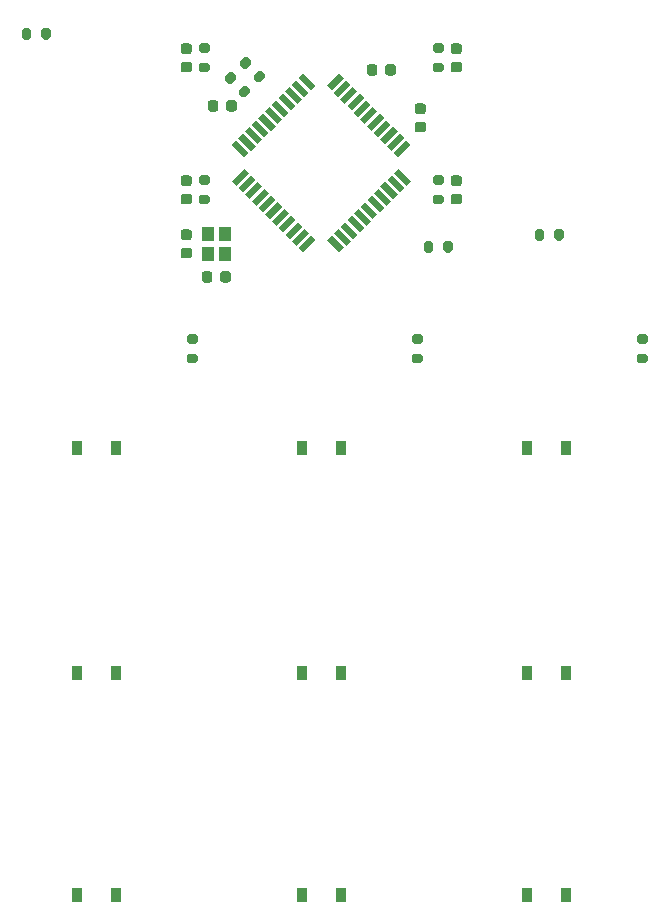
<source format=gbr>
G04 #@! TF.GenerationSoftware,KiCad,Pcbnew,(5.1.9)-1*
G04 #@! TF.CreationDate,2021-03-09T14:09:52+01:00*
G04 #@! TF.ProjectId,OpenMacroPad,4f70656e-4d61-4637-926f-5061642e6b69,rev?*
G04 #@! TF.SameCoordinates,Original*
G04 #@! TF.FileFunction,Paste,Top*
G04 #@! TF.FilePolarity,Positive*
%FSLAX46Y46*%
G04 Gerber Fmt 4.6, Leading zero omitted, Abs format (unit mm)*
G04 Created by KiCad (PCBNEW (5.1.9)-1) date 2021-03-09 14:09:52*
%MOMM*%
%LPD*%
G01*
G04 APERTURE LIST*
%ADD10R,1.000000X1.150000*%
%ADD11R,0.900000X1.200000*%
%ADD12C,0.100000*%
G04 APERTURE END LIST*
D10*
X167194000Y-89775000D03*
X167194000Y-88025000D03*
X168594000Y-88025000D03*
X168594000Y-89775000D03*
G36*
G01*
X204237000Y-97365000D02*
X203687000Y-97365000D01*
G75*
G02*
X203487000Y-97165000I0J200000D01*
G01*
X203487000Y-96765000D01*
G75*
G02*
X203687000Y-96565000I200000J0D01*
G01*
X204237000Y-96565000D01*
G75*
G02*
X204437000Y-96765000I0J-200000D01*
G01*
X204437000Y-97165000D01*
G75*
G02*
X204237000Y-97365000I-200000J0D01*
G01*
G37*
G36*
G01*
X204237000Y-99015000D02*
X203687000Y-99015000D01*
G75*
G02*
X203487000Y-98815000I0J200000D01*
G01*
X203487000Y-98415000D01*
G75*
G02*
X203687000Y-98215000I200000J0D01*
G01*
X204237000Y-98215000D01*
G75*
G02*
X204437000Y-98415000I0J-200000D01*
G01*
X204437000Y-98815000D01*
G75*
G02*
X204237000Y-99015000I-200000J0D01*
G01*
G37*
G36*
G01*
X185187000Y-97365000D02*
X184637000Y-97365000D01*
G75*
G02*
X184437000Y-97165000I0J200000D01*
G01*
X184437000Y-96765000D01*
G75*
G02*
X184637000Y-96565000I200000J0D01*
G01*
X185187000Y-96565000D01*
G75*
G02*
X185387000Y-96765000I0J-200000D01*
G01*
X185387000Y-97165000D01*
G75*
G02*
X185187000Y-97365000I-200000J0D01*
G01*
G37*
G36*
G01*
X185187000Y-99015000D02*
X184637000Y-99015000D01*
G75*
G02*
X184437000Y-98815000I0J200000D01*
G01*
X184437000Y-98415000D01*
G75*
G02*
X184637000Y-98215000I200000J0D01*
G01*
X185187000Y-98215000D01*
G75*
G02*
X185387000Y-98415000I0J-200000D01*
G01*
X185387000Y-98815000D01*
G75*
G02*
X185187000Y-99015000I-200000J0D01*
G01*
G37*
G36*
G01*
X166137000Y-97365000D02*
X165587000Y-97365000D01*
G75*
G02*
X165387000Y-97165000I0J200000D01*
G01*
X165387000Y-96765000D01*
G75*
G02*
X165587000Y-96565000I200000J0D01*
G01*
X166137000Y-96565000D01*
G75*
G02*
X166337000Y-96765000I0J-200000D01*
G01*
X166337000Y-97165000D01*
G75*
G02*
X166137000Y-97365000I-200000J0D01*
G01*
G37*
G36*
G01*
X166137000Y-99015000D02*
X165587000Y-99015000D01*
G75*
G02*
X165387000Y-98815000I0J200000D01*
G01*
X165387000Y-98415000D01*
G75*
G02*
X165587000Y-98215000I200000J0D01*
G01*
X166137000Y-98215000D01*
G75*
G02*
X166337000Y-98415000I0J-200000D01*
G01*
X166337000Y-98815000D01*
G75*
G02*
X166137000Y-99015000I-200000J0D01*
G01*
G37*
G36*
G01*
X186965000Y-83903000D02*
X186415000Y-83903000D01*
G75*
G02*
X186215000Y-83703000I0J200000D01*
G01*
X186215000Y-83303000D01*
G75*
G02*
X186415000Y-83103000I200000J0D01*
G01*
X186965000Y-83103000D01*
G75*
G02*
X187165000Y-83303000I0J-200000D01*
G01*
X187165000Y-83703000D01*
G75*
G02*
X186965000Y-83903000I-200000J0D01*
G01*
G37*
G36*
G01*
X186965000Y-85553000D02*
X186415000Y-85553000D01*
G75*
G02*
X186215000Y-85353000I0J200000D01*
G01*
X186215000Y-84953000D01*
G75*
G02*
X186415000Y-84753000I200000J0D01*
G01*
X186965000Y-84753000D01*
G75*
G02*
X187165000Y-84953000I0J-200000D01*
G01*
X187165000Y-85353000D01*
G75*
G02*
X186965000Y-85553000I-200000J0D01*
G01*
G37*
G36*
G01*
X186965000Y-72727000D02*
X186415000Y-72727000D01*
G75*
G02*
X186215000Y-72527000I0J200000D01*
G01*
X186215000Y-72127000D01*
G75*
G02*
X186415000Y-71927000I200000J0D01*
G01*
X186965000Y-71927000D01*
G75*
G02*
X187165000Y-72127000I0J-200000D01*
G01*
X187165000Y-72527000D01*
G75*
G02*
X186965000Y-72727000I-200000J0D01*
G01*
G37*
G36*
G01*
X186965000Y-74377000D02*
X186415000Y-74377000D01*
G75*
G02*
X186215000Y-74177000I0J200000D01*
G01*
X186215000Y-73777000D01*
G75*
G02*
X186415000Y-73577000I200000J0D01*
G01*
X186965000Y-73577000D01*
G75*
G02*
X187165000Y-73777000I0J-200000D01*
G01*
X187165000Y-74177000D01*
G75*
G02*
X186965000Y-74377000I-200000J0D01*
G01*
G37*
G36*
G01*
X195663000Y-87863000D02*
X195663000Y-88413000D01*
G75*
G02*
X195463000Y-88613000I-200000J0D01*
G01*
X195063000Y-88613000D01*
G75*
G02*
X194863000Y-88413000I0J200000D01*
G01*
X194863000Y-87863000D01*
G75*
G02*
X195063000Y-87663000I200000J0D01*
G01*
X195463000Y-87663000D01*
G75*
G02*
X195663000Y-87863000I0J-200000D01*
G01*
G37*
G36*
G01*
X197313000Y-87863000D02*
X197313000Y-88413000D01*
G75*
G02*
X197113000Y-88613000I-200000J0D01*
G01*
X196713000Y-88613000D01*
G75*
G02*
X196513000Y-88413000I0J200000D01*
G01*
X196513000Y-87863000D01*
G75*
G02*
X196713000Y-87663000I200000J0D01*
G01*
X197113000Y-87663000D01*
G75*
G02*
X197313000Y-87863000I0J-200000D01*
G01*
G37*
G36*
G01*
X166603000Y-73577000D02*
X167153000Y-73577000D01*
G75*
G02*
X167353000Y-73777000I0J-200000D01*
G01*
X167353000Y-74177000D01*
G75*
G02*
X167153000Y-74377000I-200000J0D01*
G01*
X166603000Y-74377000D01*
G75*
G02*
X166403000Y-74177000I0J200000D01*
G01*
X166403000Y-73777000D01*
G75*
G02*
X166603000Y-73577000I200000J0D01*
G01*
G37*
G36*
G01*
X166603000Y-71927000D02*
X167153000Y-71927000D01*
G75*
G02*
X167353000Y-72127000I0J-200000D01*
G01*
X167353000Y-72527000D01*
G75*
G02*
X167153000Y-72727000I-200000J0D01*
G01*
X166603000Y-72727000D01*
G75*
G02*
X166403000Y-72527000I0J200000D01*
G01*
X166403000Y-72127000D01*
G75*
G02*
X166603000Y-71927000I200000J0D01*
G01*
G37*
G36*
G01*
X166603000Y-84753000D02*
X167153000Y-84753000D01*
G75*
G02*
X167353000Y-84953000I0J-200000D01*
G01*
X167353000Y-85353000D01*
G75*
G02*
X167153000Y-85553000I-200000J0D01*
G01*
X166603000Y-85553000D01*
G75*
G02*
X166403000Y-85353000I0J200000D01*
G01*
X166403000Y-84953000D01*
G75*
G02*
X166603000Y-84753000I200000J0D01*
G01*
G37*
G36*
G01*
X166603000Y-83103000D02*
X167153000Y-83103000D01*
G75*
G02*
X167353000Y-83303000I0J-200000D01*
G01*
X167353000Y-83703000D01*
G75*
G02*
X167153000Y-83903000I-200000J0D01*
G01*
X166603000Y-83903000D01*
G75*
G02*
X166403000Y-83703000I0J200000D01*
G01*
X166403000Y-83303000D01*
G75*
G02*
X166603000Y-83103000I200000J0D01*
G01*
G37*
G36*
G01*
X153079000Y-71395000D02*
X153079000Y-70845000D01*
G75*
G02*
X153279000Y-70645000I200000J0D01*
G01*
X153679000Y-70645000D01*
G75*
G02*
X153879000Y-70845000I0J-200000D01*
G01*
X153879000Y-71395000D01*
G75*
G02*
X153679000Y-71595000I-200000J0D01*
G01*
X153279000Y-71595000D01*
G75*
G02*
X153079000Y-71395000I0J200000D01*
G01*
G37*
G36*
G01*
X151429000Y-71395000D02*
X151429000Y-70845000D01*
G75*
G02*
X151629000Y-70645000I200000J0D01*
G01*
X152029000Y-70645000D01*
G75*
G02*
X152229000Y-70845000I0J-200000D01*
G01*
X152229000Y-71395000D01*
G75*
G02*
X152029000Y-71595000I-200000J0D01*
G01*
X151629000Y-71595000D01*
G75*
G02*
X151429000Y-71395000I0J200000D01*
G01*
G37*
D11*
X159384000Y-106172000D03*
X156084000Y-106172000D03*
X197484000Y-144018000D03*
X194184000Y-144018000D03*
X178434000Y-144018000D03*
X175134000Y-144018000D03*
X159384000Y-144018000D03*
X156084000Y-144018000D03*
X197484000Y-125222000D03*
X194184000Y-125222000D03*
X178434000Y-125222000D03*
X175134000Y-125222000D03*
X159384000Y-125222000D03*
X156084000Y-125222000D03*
X197484000Y-106172000D03*
X194184000Y-106172000D03*
X178434000Y-106172000D03*
X175134000Y-106172000D03*
G36*
G01*
X188464000Y-84003000D02*
X187964000Y-84003000D01*
G75*
G02*
X187739000Y-83778000I0J225000D01*
G01*
X187739000Y-83328000D01*
G75*
G02*
X187964000Y-83103000I225000J0D01*
G01*
X188464000Y-83103000D01*
G75*
G02*
X188689000Y-83328000I0J-225000D01*
G01*
X188689000Y-83778000D01*
G75*
G02*
X188464000Y-84003000I-225000J0D01*
G01*
G37*
G36*
G01*
X188464000Y-85553000D02*
X187964000Y-85553000D01*
G75*
G02*
X187739000Y-85328000I0J225000D01*
G01*
X187739000Y-84878000D01*
G75*
G02*
X187964000Y-84653000I225000J0D01*
G01*
X188464000Y-84653000D01*
G75*
G02*
X188689000Y-84878000I0J-225000D01*
G01*
X188689000Y-85328000D01*
G75*
G02*
X188464000Y-85553000I-225000J0D01*
G01*
G37*
G36*
G01*
X188464000Y-72827000D02*
X187964000Y-72827000D01*
G75*
G02*
X187739000Y-72602000I0J225000D01*
G01*
X187739000Y-72152000D01*
G75*
G02*
X187964000Y-71927000I225000J0D01*
G01*
X188464000Y-71927000D01*
G75*
G02*
X188689000Y-72152000I0J-225000D01*
G01*
X188689000Y-72602000D01*
G75*
G02*
X188464000Y-72827000I-225000J0D01*
G01*
G37*
G36*
G01*
X188464000Y-74377000D02*
X187964000Y-74377000D01*
G75*
G02*
X187739000Y-74152000I0J225000D01*
G01*
X187739000Y-73702000D01*
G75*
G02*
X187964000Y-73477000I225000J0D01*
G01*
X188464000Y-73477000D01*
G75*
G02*
X188689000Y-73702000I0J-225000D01*
G01*
X188689000Y-74152000D01*
G75*
G02*
X188464000Y-74377000I-225000J0D01*
G01*
G37*
G36*
G01*
X165104000Y-73477000D02*
X165604000Y-73477000D01*
G75*
G02*
X165829000Y-73702000I0J-225000D01*
G01*
X165829000Y-74152000D01*
G75*
G02*
X165604000Y-74377000I-225000J0D01*
G01*
X165104000Y-74377000D01*
G75*
G02*
X164879000Y-74152000I0J225000D01*
G01*
X164879000Y-73702000D01*
G75*
G02*
X165104000Y-73477000I225000J0D01*
G01*
G37*
G36*
G01*
X165104000Y-71927000D02*
X165604000Y-71927000D01*
G75*
G02*
X165829000Y-72152000I0J-225000D01*
G01*
X165829000Y-72602000D01*
G75*
G02*
X165604000Y-72827000I-225000J0D01*
G01*
X165104000Y-72827000D01*
G75*
G02*
X164879000Y-72602000I0J225000D01*
G01*
X164879000Y-72152000D01*
G75*
G02*
X165104000Y-71927000I225000J0D01*
G01*
G37*
G36*
G01*
X165104000Y-84653000D02*
X165604000Y-84653000D01*
G75*
G02*
X165829000Y-84878000I0J-225000D01*
G01*
X165829000Y-85328000D01*
G75*
G02*
X165604000Y-85553000I-225000J0D01*
G01*
X165104000Y-85553000D01*
G75*
G02*
X164879000Y-85328000I0J225000D01*
G01*
X164879000Y-84878000D01*
G75*
G02*
X165104000Y-84653000I225000J0D01*
G01*
G37*
G36*
G01*
X165104000Y-83103000D02*
X165604000Y-83103000D01*
G75*
G02*
X165829000Y-83328000I0J-225000D01*
G01*
X165829000Y-83778000D01*
G75*
G02*
X165604000Y-84003000I-225000J0D01*
G01*
X165104000Y-84003000D01*
G75*
G02*
X164879000Y-83778000I0J225000D01*
G01*
X164879000Y-83328000D01*
G75*
G02*
X165104000Y-83103000I225000J0D01*
G01*
G37*
G36*
G01*
X187115000Y-89429000D02*
X187115000Y-88879000D01*
G75*
G02*
X187315000Y-88679000I200000J0D01*
G01*
X187715000Y-88679000D01*
G75*
G02*
X187915000Y-88879000I0J-200000D01*
G01*
X187915000Y-89429000D01*
G75*
G02*
X187715000Y-89629000I-200000J0D01*
G01*
X187315000Y-89629000D01*
G75*
G02*
X187115000Y-89429000I0J200000D01*
G01*
G37*
G36*
G01*
X185465000Y-89429000D02*
X185465000Y-88879000D01*
G75*
G02*
X185665000Y-88679000I200000J0D01*
G01*
X186065000Y-88679000D01*
G75*
G02*
X186265000Y-88879000I0J-200000D01*
G01*
X186265000Y-89429000D01*
G75*
G02*
X186065000Y-89629000I-200000J0D01*
G01*
X185665000Y-89629000D01*
G75*
G02*
X185465000Y-89429000I0J200000D01*
G01*
G37*
G36*
G01*
X170835934Y-73673025D02*
X170447025Y-74061934D01*
G75*
G02*
X170164183Y-74061934I-141421J141421D01*
G01*
X169881340Y-73779091D01*
G75*
G02*
X169881340Y-73496249I141421J141421D01*
G01*
X170270249Y-73107340D01*
G75*
G02*
X170553091Y-73107340I141421J-141421D01*
G01*
X170835934Y-73390183D01*
G75*
G02*
X170835934Y-73673025I-141421J-141421D01*
G01*
G37*
G36*
G01*
X172002660Y-74839751D02*
X171613751Y-75228660D01*
G75*
G02*
X171330909Y-75228660I-141421J141421D01*
G01*
X171048066Y-74945817D01*
G75*
G02*
X171048066Y-74662975I141421J141421D01*
G01*
X171436975Y-74274066D01*
G75*
G02*
X171719817Y-74274066I141421J-141421D01*
G01*
X172002660Y-74556909D01*
G75*
G02*
X172002660Y-74839751I-141421J-141421D01*
G01*
G37*
G36*
G01*
X169778066Y-75932975D02*
X170166975Y-75544066D01*
G75*
G02*
X170449817Y-75544066I141421J-141421D01*
G01*
X170732660Y-75826909D01*
G75*
G02*
X170732660Y-76109751I-141421J-141421D01*
G01*
X170343751Y-76498660D01*
G75*
G02*
X170060909Y-76498660I-141421J141421D01*
G01*
X169778066Y-76215817D01*
G75*
G02*
X169778066Y-75932975I141421J141421D01*
G01*
G37*
G36*
G01*
X168611340Y-74766249D02*
X169000249Y-74377340D01*
G75*
G02*
X169283091Y-74377340I141421J-141421D01*
G01*
X169565934Y-74660183D01*
G75*
G02*
X169565934Y-74943025I-141421J-141421D01*
G01*
X169177025Y-75331934D01*
G75*
G02*
X168894183Y-75331934I-141421J141421D01*
G01*
X168611340Y-75049091D01*
G75*
G02*
X168611340Y-74766249I141421J141421D01*
G01*
G37*
G36*
G01*
X184916000Y-78557000D02*
X185416000Y-78557000D01*
G75*
G02*
X185641000Y-78782000I0J-225000D01*
G01*
X185641000Y-79232000D01*
G75*
G02*
X185416000Y-79457000I-225000J0D01*
G01*
X184916000Y-79457000D01*
G75*
G02*
X184691000Y-79232000I0J225000D01*
G01*
X184691000Y-78782000D01*
G75*
G02*
X184916000Y-78557000I225000J0D01*
G01*
G37*
G36*
G01*
X184916000Y-77007000D02*
X185416000Y-77007000D01*
G75*
G02*
X185641000Y-77232000I0J-225000D01*
G01*
X185641000Y-77682000D01*
G75*
G02*
X185416000Y-77907000I-225000J0D01*
G01*
X184916000Y-77907000D01*
G75*
G02*
X184691000Y-77682000I0J225000D01*
G01*
X184691000Y-77232000D01*
G75*
G02*
X184916000Y-77007000I225000J0D01*
G01*
G37*
G36*
G01*
X168727000Y-77466000D02*
X168727000Y-76966000D01*
G75*
G02*
X168952000Y-76741000I225000J0D01*
G01*
X169402000Y-76741000D01*
G75*
G02*
X169627000Y-76966000I0J-225000D01*
G01*
X169627000Y-77466000D01*
G75*
G02*
X169402000Y-77691000I-225000J0D01*
G01*
X168952000Y-77691000D01*
G75*
G02*
X168727000Y-77466000I0J225000D01*
G01*
G37*
G36*
G01*
X167177000Y-77466000D02*
X167177000Y-76966000D01*
G75*
G02*
X167402000Y-76741000I225000J0D01*
G01*
X167852000Y-76741000D01*
G75*
G02*
X168077000Y-76966000I0J-225000D01*
G01*
X168077000Y-77466000D01*
G75*
G02*
X167852000Y-77691000I-225000J0D01*
G01*
X167402000Y-77691000D01*
G75*
G02*
X167177000Y-77466000I0J225000D01*
G01*
G37*
G36*
G01*
X182189000Y-74418000D02*
X182189000Y-73918000D01*
G75*
G02*
X182414000Y-73693000I225000J0D01*
G01*
X182864000Y-73693000D01*
G75*
G02*
X183089000Y-73918000I0J-225000D01*
G01*
X183089000Y-74418000D01*
G75*
G02*
X182864000Y-74643000I-225000J0D01*
G01*
X182414000Y-74643000D01*
G75*
G02*
X182189000Y-74418000I0J225000D01*
G01*
G37*
G36*
G01*
X180639000Y-74418000D02*
X180639000Y-73918000D01*
G75*
G02*
X180864000Y-73693000I225000J0D01*
G01*
X181314000Y-73693000D01*
G75*
G02*
X181539000Y-73918000I0J-225000D01*
G01*
X181539000Y-74418000D01*
G75*
G02*
X181314000Y-74643000I-225000J0D01*
G01*
X180864000Y-74643000D01*
G75*
G02*
X180639000Y-74418000I0J225000D01*
G01*
G37*
G36*
G01*
X165104000Y-89225000D02*
X165604000Y-89225000D01*
G75*
G02*
X165829000Y-89450000I0J-225000D01*
G01*
X165829000Y-89900000D01*
G75*
G02*
X165604000Y-90125000I-225000J0D01*
G01*
X165104000Y-90125000D01*
G75*
G02*
X164879000Y-89900000I0J225000D01*
G01*
X164879000Y-89450000D01*
G75*
G02*
X165104000Y-89225000I225000J0D01*
G01*
G37*
G36*
G01*
X165104000Y-87675000D02*
X165604000Y-87675000D01*
G75*
G02*
X165829000Y-87900000I0J-225000D01*
G01*
X165829000Y-88350000D01*
G75*
G02*
X165604000Y-88575000I-225000J0D01*
G01*
X165104000Y-88575000D01*
G75*
G02*
X164879000Y-88350000I0J225000D01*
G01*
X164879000Y-87900000D01*
G75*
G02*
X165104000Y-87675000I225000J0D01*
G01*
G37*
G36*
G01*
X168219000Y-91944000D02*
X168219000Y-91444000D01*
G75*
G02*
X168444000Y-91219000I225000J0D01*
G01*
X168894000Y-91219000D01*
G75*
G02*
X169119000Y-91444000I0J-225000D01*
G01*
X169119000Y-91944000D01*
G75*
G02*
X168894000Y-92169000I-225000J0D01*
G01*
X168444000Y-92169000D01*
G75*
G02*
X168219000Y-91944000I0J225000D01*
G01*
G37*
G36*
G01*
X166669000Y-91944000D02*
X166669000Y-91444000D01*
G75*
G02*
X166894000Y-91219000I225000J0D01*
G01*
X167344000Y-91219000D01*
G75*
G02*
X167569000Y-91444000I0J-225000D01*
G01*
X167569000Y-91944000D01*
G75*
G02*
X167344000Y-92169000I-225000J0D01*
G01*
X166894000Y-92169000D01*
G75*
G02*
X166669000Y-91944000I0J225000D01*
G01*
G37*
D12*
G36*
X177650206Y-75907848D02*
G01*
X177261298Y-75518940D01*
X178321958Y-74458280D01*
X178710866Y-74847188D01*
X177650206Y-75907848D01*
G37*
G36*
X178215891Y-76473534D02*
G01*
X177826983Y-76084626D01*
X178887643Y-75023966D01*
X179276551Y-75412874D01*
X178215891Y-76473534D01*
G37*
G36*
X178781576Y-77039219D02*
G01*
X178392668Y-76650311D01*
X179453328Y-75589651D01*
X179842236Y-75978559D01*
X178781576Y-77039219D01*
G37*
G36*
X179347262Y-77604904D02*
G01*
X178958354Y-77215996D01*
X180019014Y-76155336D01*
X180407922Y-76544244D01*
X179347262Y-77604904D01*
G37*
G36*
X179912947Y-78170590D02*
G01*
X179524039Y-77781682D01*
X180584699Y-76721022D01*
X180973607Y-77109930D01*
X179912947Y-78170590D01*
G37*
G36*
X180478633Y-78736275D02*
G01*
X180089725Y-78347367D01*
X181150385Y-77286707D01*
X181539293Y-77675615D01*
X180478633Y-78736275D01*
G37*
G36*
X181044318Y-79301961D02*
G01*
X180655410Y-78913053D01*
X181716070Y-77852393D01*
X182104978Y-78241301D01*
X181044318Y-79301961D01*
G37*
G36*
X181610004Y-79867646D02*
G01*
X181221096Y-79478738D01*
X182281756Y-78418078D01*
X182670664Y-78806986D01*
X181610004Y-79867646D01*
G37*
G36*
X182175689Y-80433332D02*
G01*
X181786781Y-80044424D01*
X182847441Y-78983764D01*
X183236349Y-79372672D01*
X182175689Y-80433332D01*
G37*
G36*
X182741374Y-80999017D02*
G01*
X182352466Y-80610109D01*
X183413126Y-79549449D01*
X183802034Y-79938357D01*
X182741374Y-80999017D01*
G37*
G36*
X183307060Y-81564702D02*
G01*
X182918152Y-81175794D01*
X183978812Y-80115134D01*
X184367720Y-80504042D01*
X183307060Y-81564702D01*
G37*
G36*
X182918152Y-82908206D02*
G01*
X183307060Y-82519298D01*
X184367720Y-83579958D01*
X183978812Y-83968866D01*
X182918152Y-82908206D01*
G37*
G36*
X182352466Y-83473891D02*
G01*
X182741374Y-83084983D01*
X183802034Y-84145643D01*
X183413126Y-84534551D01*
X182352466Y-83473891D01*
G37*
G36*
X181786781Y-84039576D02*
G01*
X182175689Y-83650668D01*
X183236349Y-84711328D01*
X182847441Y-85100236D01*
X181786781Y-84039576D01*
G37*
G36*
X181221096Y-84605262D02*
G01*
X181610004Y-84216354D01*
X182670664Y-85277014D01*
X182281756Y-85665922D01*
X181221096Y-84605262D01*
G37*
G36*
X180655410Y-85170947D02*
G01*
X181044318Y-84782039D01*
X182104978Y-85842699D01*
X181716070Y-86231607D01*
X180655410Y-85170947D01*
G37*
G36*
X180089725Y-85736633D02*
G01*
X180478633Y-85347725D01*
X181539293Y-86408385D01*
X181150385Y-86797293D01*
X180089725Y-85736633D01*
G37*
G36*
X179524039Y-86302318D02*
G01*
X179912947Y-85913410D01*
X180973607Y-86974070D01*
X180584699Y-87362978D01*
X179524039Y-86302318D01*
G37*
G36*
X178958354Y-86868004D02*
G01*
X179347262Y-86479096D01*
X180407922Y-87539756D01*
X180019014Y-87928664D01*
X178958354Y-86868004D01*
G37*
G36*
X178392668Y-87433689D02*
G01*
X178781576Y-87044781D01*
X179842236Y-88105441D01*
X179453328Y-88494349D01*
X178392668Y-87433689D01*
G37*
G36*
X177826983Y-87999374D02*
G01*
X178215891Y-87610466D01*
X179276551Y-88671126D01*
X178887643Y-89060034D01*
X177826983Y-87999374D01*
G37*
G36*
X177261298Y-88565060D02*
G01*
X177650206Y-88176152D01*
X178710866Y-89236812D01*
X178321958Y-89625720D01*
X177261298Y-88565060D01*
G37*
G36*
X175246042Y-89625720D02*
G01*
X174857134Y-89236812D01*
X175917794Y-88176152D01*
X176306702Y-88565060D01*
X175246042Y-89625720D01*
G37*
G36*
X174680357Y-89060034D02*
G01*
X174291449Y-88671126D01*
X175352109Y-87610466D01*
X175741017Y-87999374D01*
X174680357Y-89060034D01*
G37*
G36*
X174114672Y-88494349D02*
G01*
X173725764Y-88105441D01*
X174786424Y-87044781D01*
X175175332Y-87433689D01*
X174114672Y-88494349D01*
G37*
G36*
X173548986Y-87928664D02*
G01*
X173160078Y-87539756D01*
X174220738Y-86479096D01*
X174609646Y-86868004D01*
X173548986Y-87928664D01*
G37*
G36*
X172983301Y-87362978D02*
G01*
X172594393Y-86974070D01*
X173655053Y-85913410D01*
X174043961Y-86302318D01*
X172983301Y-87362978D01*
G37*
G36*
X172417615Y-86797293D02*
G01*
X172028707Y-86408385D01*
X173089367Y-85347725D01*
X173478275Y-85736633D01*
X172417615Y-86797293D01*
G37*
G36*
X171851930Y-86231607D02*
G01*
X171463022Y-85842699D01*
X172523682Y-84782039D01*
X172912590Y-85170947D01*
X171851930Y-86231607D01*
G37*
G36*
X171286244Y-85665922D02*
G01*
X170897336Y-85277014D01*
X171957996Y-84216354D01*
X172346904Y-84605262D01*
X171286244Y-85665922D01*
G37*
G36*
X170720559Y-85100236D02*
G01*
X170331651Y-84711328D01*
X171392311Y-83650668D01*
X171781219Y-84039576D01*
X170720559Y-85100236D01*
G37*
G36*
X170154874Y-84534551D02*
G01*
X169765966Y-84145643D01*
X170826626Y-83084983D01*
X171215534Y-83473891D01*
X170154874Y-84534551D01*
G37*
G36*
X169589188Y-83968866D02*
G01*
X169200280Y-83579958D01*
X170260940Y-82519298D01*
X170649848Y-82908206D01*
X169589188Y-83968866D01*
G37*
G36*
X169200280Y-80504042D02*
G01*
X169589188Y-80115134D01*
X170649848Y-81175794D01*
X170260940Y-81564702D01*
X169200280Y-80504042D01*
G37*
G36*
X169765966Y-79938357D02*
G01*
X170154874Y-79549449D01*
X171215534Y-80610109D01*
X170826626Y-80999017D01*
X169765966Y-79938357D01*
G37*
G36*
X170331651Y-79372672D02*
G01*
X170720559Y-78983764D01*
X171781219Y-80044424D01*
X171392311Y-80433332D01*
X170331651Y-79372672D01*
G37*
G36*
X170897336Y-78806986D02*
G01*
X171286244Y-78418078D01*
X172346904Y-79478738D01*
X171957996Y-79867646D01*
X170897336Y-78806986D01*
G37*
G36*
X171463022Y-78241301D02*
G01*
X171851930Y-77852393D01*
X172912590Y-78913053D01*
X172523682Y-79301961D01*
X171463022Y-78241301D01*
G37*
G36*
X172028707Y-77675615D02*
G01*
X172417615Y-77286707D01*
X173478275Y-78347367D01*
X173089367Y-78736275D01*
X172028707Y-77675615D01*
G37*
G36*
X172594393Y-77109930D02*
G01*
X172983301Y-76721022D01*
X174043961Y-77781682D01*
X173655053Y-78170590D01*
X172594393Y-77109930D01*
G37*
G36*
X173160078Y-76544244D02*
G01*
X173548986Y-76155336D01*
X174609646Y-77215996D01*
X174220738Y-77604904D01*
X173160078Y-76544244D01*
G37*
G36*
X173725764Y-75978559D02*
G01*
X174114672Y-75589651D01*
X175175332Y-76650311D01*
X174786424Y-77039219D01*
X173725764Y-75978559D01*
G37*
G36*
X174291449Y-75412874D02*
G01*
X174680357Y-75023966D01*
X175741017Y-76084626D01*
X175352109Y-76473534D01*
X174291449Y-75412874D01*
G37*
G36*
X174857134Y-74847188D02*
G01*
X175246042Y-74458280D01*
X176306702Y-75518940D01*
X175917794Y-75907848D01*
X174857134Y-74847188D01*
G37*
M02*

</source>
